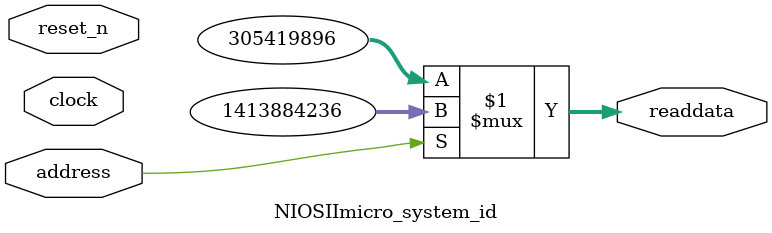
<source format=v>

`timescale 1ns / 1ps
// synthesis translate_on

// turn off superfluous verilog processor warnings 
// altera message_level Level1 
// altera message_off 10034 10035 10036 10037 10230 10240 10030 

module NIOSIImicro_system_id (
               // inputs:
                address,
                clock,
                reset_n,

               // outputs:
                readdata
             )
;

  output  [ 31: 0] readdata;
  input            address;
  input            clock;
  input            reset_n;

  wire    [ 31: 0] readdata;
  //control_slave, which is an e_avalon_slave
  assign readdata = address ? 1413884236 : 305419896;

endmodule




</source>
